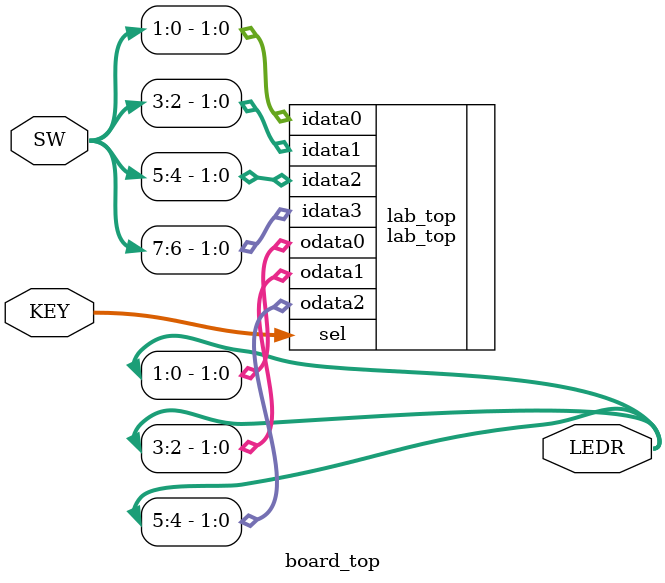
<source format=v>

module board_top
(
    input   [ 1:0]  KEY,
    input   [ 9:0]  SW,
    output  [ 9:0]  LEDR
);

    lab_top lab_top
    (
        .idata0 ( SW  [1:0] ),
        .idata1 ( SW  [3:2] ),
        .idata2 ( SW  [5:4] ),
        .idata3 ( SW  [7:6] ),
        .sel    ( KEY [1:0] ),
        .odata0 ( LEDR[1:0] ),
        .odata1 ( LEDR[3:2] ),
        .odata2 ( LEDR[5:4] ) 
    );

endmodule

</source>
